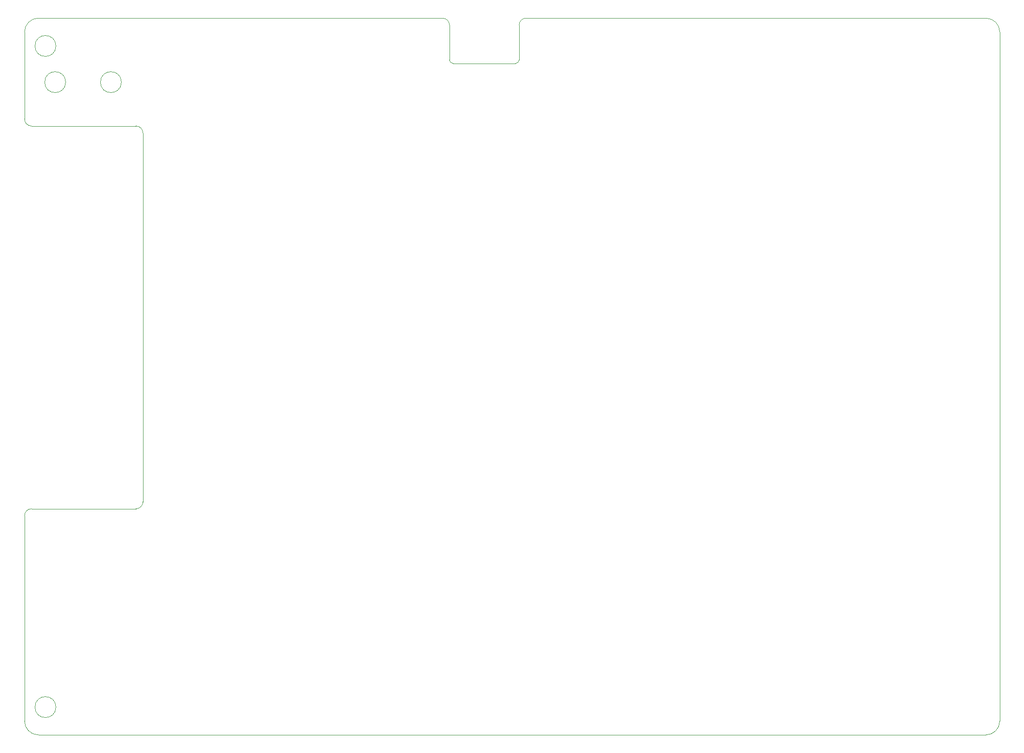
<source format=gm1>
G04 #@! TF.GenerationSoftware,KiCad,Pcbnew,(5.1.2-1)-1*
G04 #@! TF.CreationDate,2023-07-30T18:55:40+02:00*
G04 #@! TF.ProjectId,top5x8kbd,746f7035-7838-46b6-9264-2e6b69636164,rev?*
G04 #@! TF.SameCoordinates,Original*
G04 #@! TF.FileFunction,Profile,NP*
%FSLAX46Y46*%
G04 Gerber Fmt 4.6, Leading zero omitted, Abs format (unit mm)*
G04 Created by KiCad (PCBNEW (5.1.2-1)-1) date 2023-07-30 18:55:40*
%MOMM*%
%LPD*%
G04 APERTURE LIST*
%ADD10C,0.120000*%
%ADD11C,0.050000*%
G04 APERTURE END LIST*
D10*
X18415000Y-138430000D02*
G75*
G03X18415000Y-138430000I-1905000J0D01*
G01*
X18415000Y-17780000D02*
G75*
G03X18415000Y-17780000I-1905000J0D01*
G01*
D11*
X102870000Y-20320000D02*
G75*
G02X102235000Y-20955000I-635000J0D01*
G01*
X90805000Y-20955000D02*
G75*
G02X90170000Y-20320000I0J635000D01*
G01*
X90170000Y-13970000D02*
X90170000Y-20320000D01*
X102870000Y-13970000D02*
G75*
G02X104140000Y-12700000I1270000J0D01*
G01*
X104140000Y-12700000D02*
X187960000Y-12700000D01*
X102870000Y-20320000D02*
X102870000Y-13970000D01*
X90805000Y-20955000D02*
X102235000Y-20955000D01*
X88900000Y-12700000D02*
G75*
G02X90170000Y-13970000I0J-1270000D01*
G01*
D10*
X30353000Y-24384000D02*
G75*
G03X30353000Y-24384000I-1905000J0D01*
G01*
X20193000Y-24384000D02*
G75*
G03X20193000Y-24384000I-1905000J0D01*
G01*
D11*
X12700000Y-103505000D02*
G75*
G02X13970000Y-102235000I1270000J0D01*
G01*
X34290000Y-100965000D02*
G75*
G02X33020000Y-102235000I-1270000J0D01*
G01*
X33020000Y-32385000D02*
G75*
G02X34290000Y-33655000I0J-1270000D01*
G01*
X13970000Y-32385000D02*
G75*
G02X12700000Y-31115000I0J1270000D01*
G01*
X15240000Y-143510000D02*
G75*
G02X12700000Y-140970000I0J2540000D01*
G01*
X190500000Y-140970000D02*
G75*
G02X187960000Y-143510000I-2540000J0D01*
G01*
X187960000Y-12700000D02*
G75*
G02X190500000Y-15240000I0J-2540000D01*
G01*
X12700000Y-15240000D02*
G75*
G02X15240000Y-12700000I2540000J0D01*
G01*
X12700000Y-31115000D02*
X12700000Y-15240000D01*
X33020000Y-32385000D02*
X13970000Y-32385000D01*
X34290000Y-100965000D02*
X34290000Y-33655000D01*
X13970000Y-102235000D02*
X33020000Y-102235000D01*
X12700000Y-140970000D02*
X12700000Y-103505000D01*
X187960000Y-143510000D02*
X15240000Y-143510000D01*
X190500000Y-15240000D02*
X190500000Y-140970000D01*
X15240000Y-12700000D02*
X88900000Y-12700000D01*
M02*

</source>
